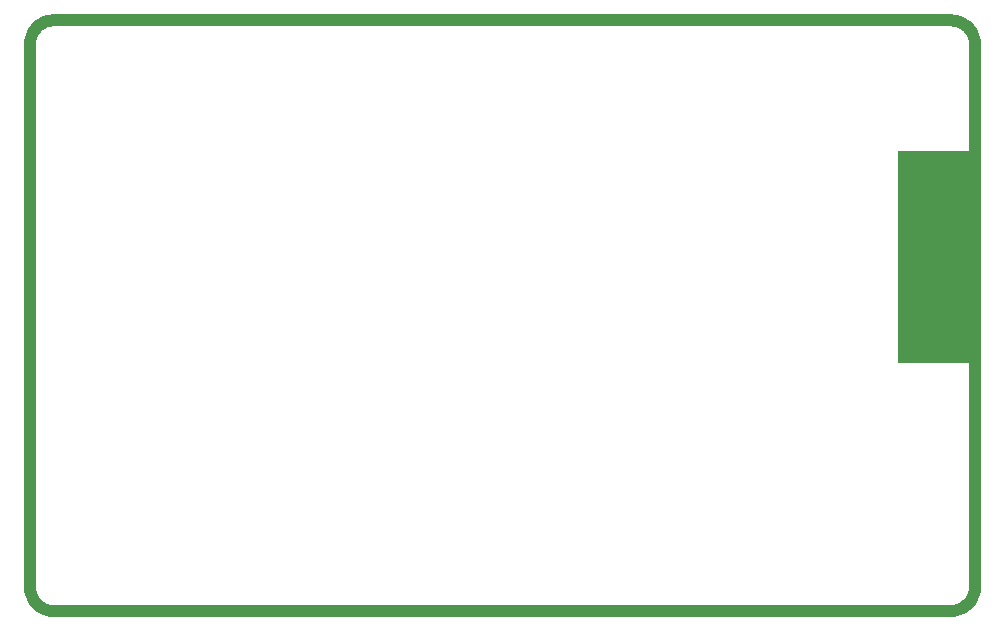
<source format=gko>
G04*
G04 #@! TF.GenerationSoftware,Altium Limited,Altium Designer,21.8.1 (53)*
G04*
G04 Layer_Color=16711935*
%FSLAX25Y25*%
%MOIN*%
G70*
G04*
G04 #@! TF.SameCoordinates,79EC032F-631B-404A-8042-777835F6C2BC*
G04*
G04*
G04 #@! TF.FilePolarity,Positive*
G04*
G01*
G75*
%ADD84C,0.03937*%
%ADD85R,0.24803X0.70866*%
D84*
X7874Y196850D02*
X6846Y196783D01*
X5836Y196582D01*
X4861Y196251D01*
X3937Y195796D01*
X3081Y195223D01*
X2306Y194544D01*
X1627Y193770D01*
X1055Y192913D01*
X599Y191990D01*
X268Y191014D01*
X67Y190004D01*
X0Y188976D01*
X0Y7874D02*
X67Y6846D01*
X268Y5836D01*
X599Y4861D01*
X1055Y3937D01*
X1627Y3081D01*
X2306Y2306D01*
X3081Y1627D01*
X3937Y1055D01*
X4861Y599D01*
X5836Y268D01*
X6846Y67D01*
X7874Y0D01*
X307087D02*
X308114Y67D01*
X309125Y268D01*
X310100Y599D01*
X311024Y1055D01*
X311880Y1627D01*
X312654Y2306D01*
X313334Y3081D01*
X313906Y3937D01*
X314361Y4861D01*
X314692Y5836D01*
X314893Y6846D01*
X314961Y7874D01*
Y188978D02*
X314893Y190005D01*
X314692Y191016D01*
X314361Y191991D01*
X313906Y192915D01*
X313334Y193771D01*
X312654Y194545D01*
X311880Y195224D01*
X311024Y195797D01*
X310100Y196252D01*
X309124Y196583D01*
X308114Y196784D01*
X307087Y196852D01*
X7874Y196900D02*
X307087Y196852D01*
X7874Y196850D02*
X7874Y196900D01*
X0Y188976D02*
X0Y7874D01*
X7874Y0D02*
X307087D01*
X314961Y7874D02*
Y188978D01*
D85*
X301575Y118111D02*
D03*
D03*
M02*

</source>
